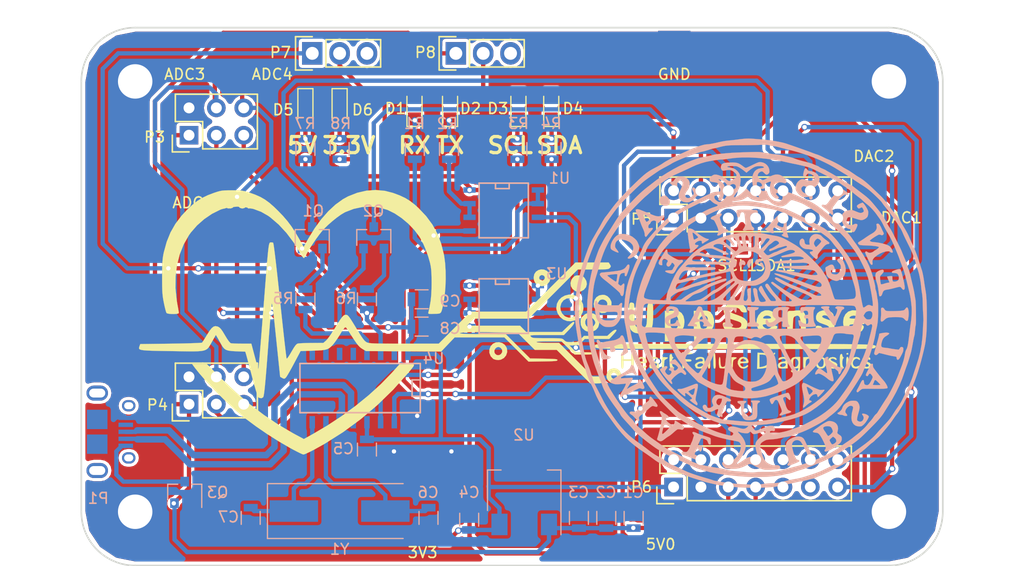
<source format=kicad_pcb>
(kicad_pcb (version 4) (host pcbnew 4.0.6-e0-6349~52~ubuntu17.04.1)
  (title_block (title "Backplane for UppSense") (date 2017-06-20) (rev 1.0) (company "Uppsala University"))
  (layers (0 F.Cu signal) (31 B.Cu signal) (34 B.Paste user) (35 F.Paste user) (36 B.SilkS user) (37 F.SilkS user) (38 B.Mask user) (39 F.Mask user) (44 Edge.Cuts user))
  (net 0 "")
  (net 1 GND)
  (net 2 ADC1)
  (net 3 ADC2)
  (net 4 DAC1)
  (net 5 ADC3)
  (net 6 DAC2)
  (net 7 GPIO1)
  (net 8 GPIO2)
  (net 9 I2C_SCL)
  (net 10 GPIO3)
  (net 11 I2C_SDA)
  (net 12 GPIO4)
  (net 13 UART_TX)
  (net 14 5V)
  (net 15 ADC4)
  (net 16 GPIO0)
  (net 17 UART_RX)
  (net 18 nRST)
  (net 19 3.3V)
  (net 20 "Net-(C6-Pad1)")
  (net 21 "Net-(C7-Pad1)")
  (net 22 LED_5V)
  (net 23 "Net-(D5-Pad2)")
  (net 24 "Net-(D6-Pad2)")
  (net 25 D-)
  (net 26 D+)
  (net 27 LED_3.3V)
  (net 28 "Net-(Q1-Pad1)")
  (net 29 RTS)
  (net 30 "Net-(Q2-Pad1)")
  (net 31 DTR)
  (net 32 "Net-(R1-Pad2)")
  (net 33 "Net-(R2-Pad2)")
  (net 34 "Net-(R3-Pad2)")
  (net 35 "Net-(R4-Pad2)")
  (net 36 "Net-(P1-Pad1)")
  (net 37 "Net-(D1-Pad1)")
  (net 38 "Net-(D2-Pad1)")
  (net 39 "Net-(D3-Pad1)")
  (net 40 "Net-(D4-Pad1)")
  (module myVias:Stitchging-Via-0.4-0.7 (layer F.Cu) (at 148.844 105.612)
    (fp_text reference REF** hide)
    (fp_text value Stitching-Via-0.5-0.7)
    (pad "" thru_hole circle (at 0 0) (size 0.7 0.7) (drill 0.4) (layers *.Cu) (net 1 GND))
  )
  (module myVias:Stitchging-Via-0.4-0.7 (layer F.Cu) (at 143.51 105.612)
    (fp_text reference REF** hide)
    (fp_text value Stitching-Via-0.5-0.7)
    (pad "" thru_hole circle (at 0 0) (size 0.7 0.7) (drill 0.4) (layers *.Cu) (net 1 GND))
  )
  (module myTestPoints:TP_SMD_quadr_1mm (layer F.Cu) (at 184.912 78.18)
    (fp_text reference DAC2 (at 3.175 0) (layer F.SilkS))
    (fp_text value TEST)
    (pad 1 smd rect (at 0 0) (size 1 1) (layers F.Cu F.Paste F.Mask) (net 6 DAC2))
  )
  (module myTestPoints:TP_SMD_quadr_3mm (layer F.Cu) (at 169.545 68.02)
    (fp_text reference GND1 hide)
    (fp_text value TEST)
    (pad 1 smd rect (at 0 0) (size 3 3) (layers F.Cu F.Paste F.Mask) (net 1 GND))
  )
  (module Pin_Headers:Pin_Header_Straight_2x03 (layer F.Cu) (at 124.476 76.222 90)
    (fp_text reference P3 (at -0.18 -3.191 180) (layer F.SilkS))
    (fp_text value CONN_02X03)
    (pad 1 thru_hole rect (at 0 0 90) (size 1.7272 1.7272) (drill 1.016) (layers *.Cu *.Mask) (net 14 5V))
    (pad 2 thru_hole oval (at 2.54 0 90) (size 1.7272 1.7272) (drill 1.016) (layers *.Cu *.Mask) (net 1 GND))
    (pad 3 thru_hole oval (at 0 2.54 90) (size 1.7272 1.7272) (drill 1.016) (layers *.Cu *.Mask) (net 2 ADC1))
    (pad 4 thru_hole oval (at 2.54 2.54 90) (size 1.7272 1.7272) (drill 1.016) (layers *.Cu *.Mask) (net 5 ADC3))
    (pad 5 thru_hole oval (at 0 5.08 90) (size 1.7272 1.7272) (drill 1.016) (layers *.Cu *.Mask) (net 3 ADC2))
    (pad 6 thru_hole oval (at 2.54 5.08 90) (size 1.7272 1.7272) (drill 1.016) (layers *.Cu *.Mask) (net 15 ADC4))
  )
  (module Pin_Headers:Pin_Header_Straight_2x03 (layer F.Cu) (at 124.476 101.222 90)
    (fp_text reference P4 (at -0.072 -2.937 180) (layer F.SilkS))
    (fp_text value CONN_02X03)
    (pad 1 thru_hole rect (at 0 0 90) (size 1.7272 1.7272) (drill 1.016) (layers *.Cu *.Mask) (net 14 5V))
    (pad 2 thru_hole oval (at 2.54 0 90) (size 1.7272 1.7272) (drill 1.016) (layers *.Cu *.Mask) (net 1 GND))
    (pad 3 thru_hole oval (at 0 2.54 90) (size 1.7272 1.7272) (drill 1.016) (layers *.Cu *.Mask) (net 2 ADC1))
    (pad 4 thru_hole oval (at 2.54 2.54 90) (size 1.7272 1.7272) (drill 1.016) (layers *.Cu *.Mask) (net 5 ADC3))
    (pad 5 thru_hole oval (at 0 5.08 90) (size 1.7272 1.7272) (drill 1.016) (layers *.Cu *.Mask) (net 3 ADC2))
    (pad 6 thru_hole oval (at 2.54 5.08 90) (size 1.7272 1.7272) (drill 1.016) (layers *.Cu *.Mask) (net 15 ADC4))
  )
  (module Pin_Headers:Pin_Header_Straight_2x07 (layer F.Cu) (at 169.476 83.922 90)
    (fp_text reference P5 (at -0.1 -2.979 180) (layer F.SilkS))
    (fp_text value CONN_02X07)
    (pad 1 thru_hole rect (at 0 0 90) (size 1.7272 1.7272) (drill 1.016) (layers *.Cu *.Mask) (net 19 3.3V))
    (pad 2 thru_hole oval (at 2.54 0 90) (size 1.7272 1.7272) (drill 1.016) (layers *.Cu *.Mask) (net 16 GPIO0))
    (pad 3 thru_hole oval (at 0 2.54 90) (size 1.7272 1.7272) (drill 1.016) (layers *.Cu *.Mask) (net 1 GND))
    (pad 4 thru_hole oval (at 2.54 2.54 90) (size 1.7272 1.7272) (drill 1.016) (layers *.Cu *.Mask) (net 7 GPIO1))
    (pad 5 thru_hole oval (at 0 5.08 90) (size 1.7272 1.7272) (drill 1.016) (layers *.Cu *.Mask) (net 9 I2C_SCL))
    (pad 6 thru_hole oval (at 2.54 5.08 90) (size 1.7272 1.7272) (drill 1.016) (layers *.Cu *.Mask) (net 8 GPIO2))
    (pad 7 thru_hole oval (at 0 7.62 90) (size 1.7272 1.7272) (drill 1.016) (layers *.Cu *.Mask) (net 11 I2C_SDA))
    (pad 8 thru_hole oval (at 2.54 7.62 90) (size 1.7272 1.7272) (drill 1.016) (layers *.Cu *.Mask) (net 10 GPIO3))
    (pad 9 thru_hole oval (at 0 10.16 90) (size 1.7272 1.7272) (drill 1.016) (layers *.Cu *.Mask) (net 13 UART_TX))
    (pad 10 thru_hole oval (at 2.54 10.16 90) (size 1.7272 1.7272) (drill 1.016) (layers *.Cu *.Mask) (net 12 GPIO4))
    (pad 11 thru_hole oval (at 0 12.7 90) (size 1.7272 1.7272) (drill 1.016) (layers *.Cu *.Mask) (net 17 UART_RX))
    (pad 12 thru_hole oval (at 2.54 12.7 90) (size 1.7272 1.7272) (drill 1.016) (layers *.Cu *.Mask) (net 18 nRST))
    (pad 13 thru_hole oval (at 0 15.24 90) (size 1.7272 1.7272) (drill 1.016) (layers *.Cu *.Mask) (net 4 DAC1))
    (pad 14 thru_hole oval (at 2.54 15.24 90) (size 1.7272 1.7272) (drill 1.016) (layers *.Cu *.Mask) (net 6 DAC2))
  )
  (module Pin_Headers:Pin_Header_Straight_2x07 (layer F.Cu) (at 169.476 108.922 90)
    (fp_text reference P6 (at 0.008 -2.979 180) (layer F.SilkS))
    (fp_text value CONN_02X07)
    (pad 1 thru_hole rect (at 0 0 90) (size 1.7272 1.7272) (drill 1.016) (layers *.Cu *.Mask) (net 19 3.3V))
    (pad 2 thru_hole oval (at 2.54 0 90) (size 1.7272 1.7272) (drill 1.016) (layers *.Cu *.Mask))
    (pad 3 thru_hole oval (at 0 2.54 90) (size 1.7272 1.7272) (drill 1.016) (layers *.Cu *.Mask) (net 1 GND))
    (pad 4 thru_hole oval (at 2.54 2.54 90) (size 1.7272 1.7272) (drill 1.016) (layers *.Cu *.Mask) (net 7 GPIO1))
    (pad 5 thru_hole oval (at 0 5.08 90) (size 1.7272 1.7272) (drill 1.016) (layers *.Cu *.Mask) (net 9 I2C_SCL))
    (pad 6 thru_hole oval (at 2.54 5.08 90) (size 1.7272 1.7272) (drill 1.016) (layers *.Cu *.Mask) (net 8 GPIO2))
    (pad 7 thru_hole oval (at 0 7.62 90) (size 1.7272 1.7272) (drill 1.016) (layers *.Cu *.Mask) (net 11 I2C_SDA))
    (pad 8 thru_hole oval (at 2.54 7.62 90) (size 1.7272 1.7272) (drill 1.016) (layers *.Cu *.Mask) (net 10 GPIO3))
    (pad 9 thru_hole oval (at 0 10.16 90) (size 1.7272 1.7272) (drill 1.016) (layers *.Cu *.Mask))
    (pad 10 thru_hole oval (at 2.54 10.16 90) (size 1.7272 1.7272) (drill 1.016) (layers *.Cu *.Mask) (net 12 GPIO4))
    (pad 11 thru_hole oval (at 0 12.7 90) (size 1.7272 1.7272) (drill 1.016) (layers *.Cu *.Mask))
    (pad 12 thru_hole oval (at 2.54 12.7 90) (size 1.7272 1.7272) (drill 1.016) (layers *.Cu *.Mask))
    (pad 13 thru_hole oval (at 0 15.24 90) (size 1.7272 1.7272) (drill 1.016) (layers *.Cu *.Mask) (net 4 DAC1))
    (pad 14 thru_hole oval (at 2.54 15.24 90) (size 1.7272 1.7272) (drill 1.016) (layers *.Cu *.Mask) (net 6 DAC2))
  )
  (module SMD_Packages:SO-16-N (layer B.Cu) (at 140.366 99.727 180)
    (fp_text reference U4 (at -6.827 2.751 180) (layer B.SilkS) (effects (justify mirror)))
    (fp_text value CH340G)
    (pad 16 smd rect (at -4.445 3.175 180) (size 0.508 1.143) (layers B.Cu B.Paste B.Mask) (net 19 3.3V))
    (pad 14 smd rect (at -1.905 3.175 180) (size 0.508 1.143) (layers B.Cu B.Paste B.Mask) (net 29 RTS))
    (pad 13 smd rect (at -0.635 3.175 180) (size 0.508 1.143) (layers B.Cu B.Paste B.Mask) (net 31 DTR))
    (pad 12 smd rect (at 0.635 3.175 180) (size 0.508 1.143) (layers B.Cu B.Paste B.Mask))
    (pad 11 smd rect (at 1.905 3.175 180) (size 0.508 1.143) (layers B.Cu B.Paste B.Mask))
    (pad 10 smd rect (at 3.175 3.175 180) (size 0.508 1.143) (layers B.Cu B.Paste B.Mask))
    (pad 9 smd rect (at 4.445 3.175 180) (size 0.508 1.143) (layers B.Cu B.Paste B.Mask))
    (pad 8 smd rect (at 4.445 -3.175 180) (size 0.508 1.143) (layers B.Cu B.Paste B.Mask) (net 21 "Net-(C7-Pad1)"))
    (pad 7 smd rect (at 3.175 -3.175 180) (size 0.508 1.143) (layers B.Cu B.Paste B.Mask) (net 20 "Net-(C6-Pad1)"))
    (pad 6 smd rect (at 1.905 -3.175 180) (size 0.508 1.143) (layers B.Cu B.Paste B.Mask) (net 25 D-))
    (pad 5 smd rect (at 0.635 -3.175 180) (size 0.508 1.143) (layers B.Cu B.Paste B.Mask) (net 26 D+))
    (pad 4 smd rect (at -0.635 -3.175 180) (size 0.508 1.143) (layers B.Cu B.Paste B.Mask) (net 19 3.3V))
    (pad 3 smd rect (at -1.905 -3.175 180) (size 0.508 1.143) (layers B.Cu B.Paste B.Mask) (net 17 UART_RX))
    (pad 2 smd rect (at -3.175 -3.175 180) (size 0.508 1.143) (layers B.Cu B.Paste B.Mask) (net 13 UART_TX))
    (pad 1 smd rect (at -4.445 -3.175 180) (size 0.508 1.143) (layers B.Cu B.Paste B.Mask) (net 1 GND))
    (pad 15 smd rect (at -3.175 3.175 180) (size 0.508 1.143) (layers B.Cu B.Paste B.Mask))
  )
  (module Resistors_SMD:R_0805 (layer B.Cu) (at 165.766 111.792 90)
    (fp_text reference C1 (at 2.37 -0.031 180) (layer B.SilkS) (effects (justify mirror)))
    (fp_text value 10u)
    (pad 1 smd rect (at -0.95 0 90) (size 0.7 1.3) (layers B.Cu B.Paste B.Mask) (net 14 5V))
    (pad 2 smd rect (at 0.95 0 90) (size 0.7 1.3) (layers B.Cu B.Paste B.Mask) (net 1 GND))
  )
  (module Resistors_SMD:R_0805 (layer B.Cu) (at 163.226 111.792 90)
    (fp_text reference C2 (at 2.37 -0.031 180) (layer B.SilkS) (effects (justify mirror)))
    (fp_text value 1u)
    (pad 1 smd rect (at -0.95 0 90) (size 0.7 1.3) (layers B.Cu B.Paste B.Mask) (net 14 5V))
    (pad 2 smd rect (at 0.95 0 90) (size 0.7 1.3) (layers B.Cu B.Paste B.Mask) (net 1 GND))
  )
  (module Resistors_SMD:R_0805 (layer B.Cu) (at 160.686 111.792 90)
    (fp_text reference C3 (at 2.37 -0.031 180) (layer B.SilkS) (effects (justify mirror)))
    (fp_text value 100n)
    (pad 1 smd rect (at -0.95 0 90) (size 0.7 1.3) (layers B.Cu B.Paste B.Mask) (net 14 5V))
    (pad 2 smd rect (at 0.95 0 90) (size 0.7 1.3) (layers B.Cu B.Paste B.Mask) (net 1 GND))
  )
  (module Resistors_SMD:R_0805 (layer B.Cu) (at 150.495 111.962 90)
    (fp_text reference C4 (at 2.54 0 180) (layer B.SilkS) (effects (justify mirror)))
    (fp_text value 1u)
    (pad 1 smd rect (at -0.95 0 90) (size 0.7 1.3) (layers B.Cu B.Paste B.Mask) (net 19 3.3V))
    (pad 2 smd rect (at 0.95 0 90) (size 0.7 1.3) (layers B.Cu B.Paste B.Mask) (net 1 GND))
  )
  (module Resistors_SMD:R_0805 (layer B.Cu) (at 141.001 105.442 270)
    (fp_text reference C5 (at -0.084 2.19 360) (layer B.SilkS) (effects (justify mirror)))
    (fp_text value 100n)
    (pad 1 smd rect (at -0.95 0 270) (size 0.7 1.3) (layers B.Cu B.Paste B.Mask) (net 19 3.3V))
    (pad 2 smd rect (at 0.95 0 270) (size 0.7 1.3) (layers B.Cu B.Paste B.Mask) (net 1 GND))
  )
  (module Resistors_SMD:R_0805 (layer B.Cu) (at 146.716 111.792 270)
    (fp_text reference C6 (at -2.37 0.031 360) (layer B.SilkS) (effects (justify mirror)))
    (fp_text value 22p)
    (pad 1 smd rect (at -0.95 0 270) (size 0.7 1.3) (layers B.Cu B.Paste B.Mask) (net 20 "Net-(C6-Pad1)"))
    (pad 2 smd rect (at 0.95 0 270) (size 0.7 1.3) (layers B.Cu B.Paste B.Mask) (net 1 GND))
  )
  (module Resistors_SMD:R_0805 (layer B.Cu) (at 130.206 111.792 270)
    (fp_text reference C7 (at -0.084 2.063 360) (layer B.SilkS) (effects (justify mirror)))
    (fp_text value 22p)
    (pad 1 smd rect (at -0.95 0 270) (size 0.7 1.3) (layers B.Cu B.Paste B.Mask) (net 21 "Net-(C7-Pad1)"))
    (pad 2 smd rect (at 0.95 0 270) (size 0.7 1.3) (layers B.Cu B.Paste B.Mask) (net 1 GND))
  )
  (module Resistors_SMD:R_0805 (layer B.Cu) (at 146.081 94.012)
    (fp_text reference C8 (at 2.636 0.17) (layer B.SilkS) (effects (justify mirror)))
    (fp_text value 1u)
    (pad 1 smd rect (at -0.95 0) (size 0.7 1.3) (layers B.Cu B.Paste B.Mask) (net 19 3.3V))
    (pad 2 smd rect (at 0.95 0) (size 0.7 1.3) (layers B.Cu B.Paste B.Mask) (net 1 GND))
  )
  (module Resistors_SMD:R_0805 (layer B.Cu) (at 146.081 91.472)
    (fp_text reference C9 (at 2.636 0.17) (layer B.SilkS) (effects (justify mirror)))
    (fp_text value 100n)
    (pad 1 smd rect (at -0.95 0) (size 0.7 1.3) (layers B.Cu B.Paste B.Mask) (net 19 3.3V))
    (pad 2 smd rect (at 0.95 0) (size 0.7 1.3) (layers B.Cu B.Paste B.Mask) (net 1 GND))
  )
  (module LEDs:LED_0805 (layer F.Cu) (at 145.415 73.608 90)
    (fp_text reference D1 (at -0.127 -1.778 180) (layer F.SilkS))
    (fp_text value LED)
    (pad 2 smd rect (at 1.1 0 270) (size 1.2 1.2) (layers F.Cu F.Paste F.Mask) (net 22 LED_5V))
    (pad 1 smd rect (at -1.1 0 270) (size 1.2 1.2) (layers F.Cu F.Paste F.Mask) (net 37 "Net-(D1-Pad1)"))
  )
  (module LEDs:LED_0805 (layer F.Cu) (at 148.717 73.608 90)
    (fp_text reference D2 (at -0.127 1.905 180) (layer F.SilkS))
    (fp_text value LED)
    (pad 2 smd rect (at 1.1 0 270) (size 1.2 1.2) (layers F.Cu F.Paste F.Mask) (net 22 LED_5V))
    (pad 1 smd rect (at -1.1 0 270) (size 1.2 1.2) (layers F.Cu F.Paste F.Mask) (net 38 "Net-(D2-Pad1)"))
  )
  (module LEDs:LED_0805 (layer F.Cu) (at 155.067 73.608 90)
    (fp_text reference D3 (at -0.127 -1.905 180) (layer F.SilkS))
    (fp_text value LED)
    (pad 2 smd rect (at 1.1 0 270) (size 1.2 1.2) (layers F.Cu F.Paste F.Mask) (net 22 LED_5V))
    (pad 1 smd rect (at -1.1 0 270) (size 1.2 1.2) (layers F.Cu F.Paste F.Mask) (net 39 "Net-(D3-Pad1)"))
  )
  (module LEDs:LED_0805 (layer F.Cu) (at 158.115 73.608 90)
    (fp_text reference D4 (at -0.127 2.032 180) (layer F.SilkS))
    (fp_text value LED)
    (pad 2 smd rect (at 1.1 0 270) (size 1.2 1.2) (layers F.Cu F.Paste F.Mask) (net 22 LED_5V))
    (pad 1 smd rect (at -1.1 0 270) (size 1.2 1.2) (layers F.Cu F.Paste F.Mask) (net 40 "Net-(D4-Pad1)"))
  )
  (module LEDs:LED_0805 (layer F.Cu) (at 135.286 73.692 270)
    (fp_text reference D5 (at 0.17 2.063 360) (layer F.SilkS))
    (fp_text value LED)
    (pad 2 smd rect (at 1.1 0 90) (size 1.2 1.2) (layers F.Cu F.Paste F.Mask) (net 23 "Net-(D5-Pad2)"))
    (pad 1 smd rect (at -1.1 0 90) (size 1.2 1.2) (layers F.Cu F.Paste F.Mask) (net 1 GND))
  )
  (module LEDs:LED_0805 (layer F.Cu) (at 138.461 73.692 270)
    (fp_text reference D6 (at 0.17 -2.128 360) (layer F.SilkS))
    (fp_text value LED)
    (pad 2 smd rect (at 1.1 0 90) (size 1.2 1.2) (layers F.Cu F.Paste F.Mask) (net 24 "Net-(D6-Pad2)"))
    (pad 1 smd rect (at -1.1 0 90) (size 1.2 1.2) (layers F.Cu F.Paste F.Mask) (net 1 GND))
  )
  (module mySamtec:Samtec-PHT-1-3-01-L-S (layer F.Cu) (at 135.921 68.612 90)
    (fp_text reference P7 (at 0.084 -2.952 180) (layer F.SilkS))
    (fp_text value CONN_01X03)
    (pad 1 thru_hole rect (at 0 0 90) (size 2.1 1.9) (drill 1.2) (layers *.Cu *.Mask) (net 19 3.3V))
    (pad 2 thru_hole oval (at 0 2.54 90) (size 2.1 1.9) (drill 1.2) (layers *.Cu *.Mask) (net 27 LED_3.3V))
    (pad 3 thru_hole oval (at 0 5.08 90) (size 2.1 1.9) (drill 1.2) (layers *.Cu *.Mask))
  )
  (module mySamtec:Samtec-PHT-1-3-01-L-S (layer F.Cu) (at 149.256 68.612 90)
    (fp_text reference P8 (at 0.084 -2.825 180) (layer F.SilkS))
    (fp_text value CONN_01X03)
    (pad 1 thru_hole rect (at 0 0 90) (size 2.1 1.9) (drill 1.2) (layers *.Cu *.Mask) (net 14 5V))
    (pad 2 thru_hole oval (at 0 2.54 90) (size 2.1 1.9) (drill 1.2) (layers *.Cu *.Mask) (net 22 LED_5V))
    (pad 3 thru_hole oval (at 0 5.08 90) (size 2.1 1.9) (drill 1.2) (layers *.Cu *.Mask))
  )
  (module SOT-23 (layer B.Cu) (at 135.921 85.757 90)
    (fp_text reference Q1 (at 2.497 0.096 180) (layer B.SilkS) (effects (justify mirror)))
    (fp_text value MMBT3904)
    (pad 1 smd rect (at -1 0.95 90) (size 0.9 0.8) (layers B.Cu B.Paste B.Mask) (net 28 "Net-(Q1-Pad1)"))
    (pad 2 smd rect (at -1 -0.95 90) (size 0.9 0.8) (layers B.Cu B.Paste B.Mask) (net 29 RTS))
    (pad 3 smd rect (at 1 0 90) (size 0.9 0.8) (layers B.Cu B.Paste B.Mask) (net 18 nRST))
  )
  (module SOT-23 (layer B.Cu) (at 141.636 85.757 90)
    (fp_text reference Q2 (at 2.497 -0.031 180) (layer B.SilkS) (effects (justify mirror)))
    (fp_text value MMBT3904)
    (pad 1 smd rect (at -1 0.95 90) (size 0.9 0.8) (layers B.Cu B.Paste B.Mask) (net 30 "Net-(Q2-Pad1)"))
    (pad 2 smd rect (at -1 -0.95 90) (size 0.9 0.8) (layers B.Cu B.Paste B.Mask) (net 31 DTR))
    (pad 3 smd rect (at 1 0 90) (size 0.9 0.8) (layers B.Cu B.Paste B.Mask) (net 16 GPIO0))
  )
  (module Resistors_SMD:R_0805 (layer B.Cu) (at 145.446 77.502 270)
    (fp_text reference R1 (at -2.37 0.031 360) (layer B.SilkS) (effects (justify mirror)))
    (fp_text value 1k)
    (pad 1 smd rect (at -0.95 0 270) (size 0.7 1.3) (layers B.Cu B.Paste B.Mask) (net 37 "Net-(D1-Pad1)"))
    (pad 2 smd rect (at 0.95 0 270) (size 0.7 1.3) (layers B.Cu B.Paste B.Mask) (net 32 "Net-(R1-Pad2)"))
  )
  (module Resistors_SMD:R_0805 (layer B.Cu) (at 148.621 77.502 270)
    (fp_text reference R2 (at -2.37 0.158 360) (layer B.SilkS) (effects (justify mirror)))
    (fp_text value 1k)
    (pad 1 smd rect (at -0.95 0 270) (size 0.7 1.3) (layers B.Cu B.Paste B.Mask) (net 38 "Net-(D2-Pad1)"))
    (pad 2 smd rect (at 0.95 0 270) (size 0.7 1.3) (layers B.Cu B.Paste B.Mask) (net 33 "Net-(R2-Pad2)"))
  )
  (module Resistors_SMD:R_0805 (layer B.Cu) (at 154.971 77.502 270)
    (fp_text reference R3 (at -2.37 -0.096 360) (layer B.SilkS) (effects (justify mirror)))
    (fp_text value 1k)
    (pad 1 smd rect (at -0.95 0 270) (size 0.7 1.3) (layers B.Cu B.Paste B.Mask) (net 39 "Net-(D3-Pad1)"))
    (pad 2 smd rect (at 0.95 0 270) (size 0.7 1.3) (layers B.Cu B.Paste B.Mask) (net 34 "Net-(R3-Pad2)"))
  )
  (module Resistors_SMD:R_0805 (layer B.Cu) (at 158.146 77.502 270)
    (fp_text reference R4 (at -2.37 0.031 360) (layer B.SilkS) (effects (justify mirror)))
    (fp_text value 1k)
    (pad 1 smd rect (at -0.95 0 270) (size 0.7 1.3) (layers B.Cu B.Paste B.Mask) (net 40 "Net-(D4-Pad1)"))
    (pad 2 smd rect (at 0.95 0 270) (size 0.7 1.3) (layers B.Cu B.Paste B.Mask) (net 35 "Net-(R4-Pad2)"))
  )
  (module Resistors_SMD:R_0805 (layer B.Cu) (at 135.286 91.472 270)
    (fp_text reference R5 (at -0.084 2.063 360) (layer B.SilkS) (effects (justify mirror)))
    (fp_text value 10k)
    (pad 1 smd rect (at -0.95 0 270) (size 0.7 1.3) (layers B.Cu B.Paste B.Mask) (net 28 "Net-(Q1-Pad1)"))
    (pad 2 smd rect (at 0.95 0 270) (size 0.7 1.3) (layers B.Cu B.Paste B.Mask) (net 31 DTR))
  )
  (module Resistors_SMD:R_0805 (layer B.Cu) (at 141.001 91.472 270)
    (fp_text reference R6 (at -0.084 1.936 360) (layer B.SilkS) (effects (justify mirror)))
    (fp_text value 10k)
    (pad 1 smd rect (at -0.95 0 270) (size 0.7 1.3) (layers B.Cu B.Paste B.Mask) (net 30 "Net-(Q2-Pad1)"))
    (pad 2 smd rect (at 0.95 0 270) (size 0.7 1.3) (layers B.Cu B.Paste B.Mask) (net 29 RTS))
  )
  (module Resistors_SMD:R_0805 (layer B.Cu) (at 135.286 77.502 270)
    (fp_text reference R7 (at -2.37 0.031 360) (layer B.SilkS) (effects (justify mirror)))
    (fp_text value 1k)
    (pad 1 smd rect (at -0.95 0 270) (size 0.7 1.3) (layers B.Cu B.Paste B.Mask) (net 23 "Net-(D5-Pad2)"))
    (pad 2 smd rect (at 0.95 0 270) (size 0.7 1.3) (layers B.Cu B.Paste B.Mask) (net 22 LED_5V))
  )
  (module Resistors_SMD:R_0805 (layer B.Cu) (at 138.461 77.502 270)
    (fp_text reference R8 (at -2.37 -0.096 360) (layer B.SilkS) (effects (justify mirror)))
    (fp_text value 1k)
    (pad 1 smd rect (at -0.95 0 270) (size 0.7 1.3) (layers B.Cu B.Paste B.Mask) (net 24 "Net-(D6-Pad2)"))
    (pad 2 smd rect (at 0.95 0 270) (size 0.7 1.3) (layers B.Cu B.Paste B.Mask) (net 27 LED_3.3V))
  )
  (module SMD_Packages:SOIC-8-N (layer B.Cu) (at 153.701 83.217 270)
    (fp_text reference U1 (at -3.005 -5.176 360) (layer B.SilkS) (effects (justify mirror)))
    (fp_text value LM358)
    (pad 8 smd rect (at -1.905 3.175 270) (size 0.508 1.143) (layers B.Cu B.Paste B.Mask) (net 22 LED_5V))
    (pad 7 smd rect (at -0.635 3.175 270) (size 0.508 1.143) (layers B.Cu B.Paste B.Mask) (net 33 "Net-(R2-Pad2)"))
    (pad 6 smd rect (at 0.635 3.175 270) (size 0.508 1.143) (layers B.Cu B.Paste B.Mask) (net 33 "Net-(R2-Pad2)"))
    (pad 5 smd rect (at 1.905 3.175 270) (size 0.508 1.143) (layers B.Cu B.Paste B.Mask) (net 13 UART_TX))
    (pad 4 smd rect (at 1.905 -3.175 270) (size 0.508 1.143) (layers B.Cu B.Paste B.Mask) (net 1 GND))
    (pad 3 smd rect (at 0.635 -3.175 270) (size 0.508 1.143) (layers B.Cu B.Paste B.Mask) (net 17 UART_RX))
    (pad 2 smd rect (at -0.635 -3.175 270) (size 0.508 1.143) (layers B.Cu B.Paste B.Mask) (net 32 "Net-(R1-Pad2)"))
    (pad 1 smd rect (at -1.905 -3.175 270) (size 0.508 1.143) (layers B.Cu B.Paste B.Mask) (net 32 "Net-(R1-Pad2)"))
  )
  (module SOT-223 (layer B.Cu) (at 155.606 109.252 90)
    (fp_text reference U2 (at 5.164 -0.031 180) (layer B.SilkS) (effects (justify mirror)))
    (fp_text value TC1262-33VDB)
    (pad 4 smd rect (at 3.15 0 90) (size 2 3.8) (layers B.Cu B.Paste B.Mask) (net 1 GND))
    (pad 2 smd rect (at -3.15 0 90) (size 2 1.5) (layers B.Cu B.Paste B.Mask) (net 1 GND))
    (pad 3 smd rect (at -3.15 -2.3 90) (size 2 1.5) (layers B.Cu B.Paste B.Mask) (net 19 3.3V))
    (pad 1 smd rect (at -3.15 2.3 90) (size 2 1.5) (layers B.Cu B.Paste B.Mask) (net 14 5V))
  )
  (module SMD_Packages:SOIC-8-N (layer B.Cu) (at 153.701 92.107 270)
    (fp_text reference U3 (at -3.005 -4.922 360) (layer B.SilkS) (effects (justify mirror)))
    (fp_text value LM358)
    (pad 8 smd rect (at -1.905 3.175 270) (size 0.508 1.143) (layers B.Cu B.Paste B.Mask) (net 22 LED_5V))
    (pad 7 smd rect (at -0.635 3.175 270) (size 0.508 1.143) (layers B.Cu B.Paste B.Mask) (net 35 "Net-(R4-Pad2)"))
    (pad 6 smd rect (at 0.635 3.175 270) (size 0.508 1.143) (layers B.Cu B.Paste B.Mask) (net 35 "Net-(R4-Pad2)"))
    (pad 5 smd rect (at 1.905 3.175 270) (size 0.508 1.143) (layers B.Cu B.Paste B.Mask) (net 11 I2C_SDA))
    (pad 4 smd rect (at 1.905 -3.175 270) (size 0.508 1.143) (layers B.Cu B.Paste B.Mask) (net 1 GND))
    (pad 3 smd rect (at 0.635 -3.175 270) (size 0.508 1.143) (layers B.Cu B.Paste B.Mask) (net 9 I2C_SCL))
    (pad 2 smd rect (at -0.635 -3.175 270) (size 0.508 1.143) (layers B.Cu B.Paste B.Mask) (net 34 "Net-(R3-Pad2)"))
    (pad 1 smd rect (at -1.905 -3.175 270) (size 0.508 1.143) (layers B.Cu B.Paste B.Mask) (net 34 "Net-(R3-Pad2)"))
  )
  (module Crystals:Crystal_SMD_HC49-SD (layer B.Cu) (at 138.461 111.157)
    (fp_text reference Y1 (at 0 3.55) (layer B.SilkS) (effects (justify mirror)))
    (fp_text value Crystal)
    (pad 1 smd rect (at -4.25 0) (size 4.5 2) (layers B.Cu B.Mask) (net 21 "Net-(C7-Pad1)"))
    (pad 2 smd rect (at 4.25 0) (size 4.5 2) (layers B.Cu B.Mask) (net 20 "Net-(C6-Pad1)"))
  )
  (module "myUSB:ZX62D-B-5P8(30)" (layer B.Cu) (at 115.951 107.39 90)
    (fp_text reference P1 (at -2.583 0.096 180) (layer B.SilkS) (effects (justify mirror)))
    (fp_text value USB_B)
    (pad 5 smd rect (at 4.9 2.65 90) (size 0.4 1.35) (layers B.Cu B.Paste B.Mask) (net 1 GND))
    (pad 4 smd rect (at 4.25 2.65 90) (size 0.4 1.35) (layers B.Cu B.Paste B.Mask))
    (pad 3 smd rect (at 3.6 2.65 90) (size 0.4 1.35) (layers B.Cu B.Paste B.Mask) (net 26 D+))
    (pad 2 smd rect (at 2.95 2.65 90) (size 0.4 1.35) (layers B.Cu B.Paste B.Mask) (net 25 D-))
    (pad "" thru_hole oval (at 6.025 2.925 90) (size 1.05 1.25) (drill oval 0.65 0.85) (layers *.Cu *.Mask))
    (pad "" thru_hole oval (at 1.175 2.925 90) (size 1.05 1.25) (drill oval 0.65 0.85) (layers *.Cu *.Mask))
    (pad "" thru_hole oval (at 7.2 0 90) (size 1.4 2) (drill oval 0.825 1.5) (layers *.Cu *.Mask))
    (pad 1 smd rect (at 2.3 2.65 90) (size 0.4 1.35) (layers B.Cu B.Paste B.Mask) (net 36 "Net-(P1-Pad1)"))
    (pad "" smd rect (at 4.75 0 90) (size 1.8 1.9) (layers B.Cu B.Paste B.Mask))
    (pad "" thru_hole oval (at 0 0 90) (size 1.4 2) (drill oval 0.825 1.5) (layers *.Cu *.Mask))
    (pad "" smd rect (at 2.45 0 90) (size 1.8 1.9) (layers B.Cu B.Paste B.Mask))
  )
  (module myTestPoints:TP_SMD_quadr_1mm (layer F.Cu) (at 125.222 80.72)
    (fp_text reference ADC1 (at -0.381 1.778) (layer F.SilkS))
    (fp_text value TEST)
    (pad 1 smd rect (at 0 0) (size 1 1) (layers F.Cu F.Paste F.Mask) (net 2 ADC1))
  )
  (module myTestPoints:TP_SMD_quadr_1mm (layer F.Cu) (at 128.143 80.72)
    (fp_text reference ADC2 (at 0.762 1.778) (layer F.SilkS))
    (fp_text value TEST)
    (pad 1 smd rect (at 0 0) (size 1 1) (layers F.Cu F.Paste F.Mask) (net 3 ADC2))
  )
  (module myTestPoints:TP_SMD_quadr_1mm (layer F.Cu) (at 126.873 70.56)
    (fp_text reference ADC3 (at -2.794 0) (layer F.SilkS))
    (fp_text value TEST)
    (pad 1 smd rect (at 0 0) (size 1 1) (layers F.Cu F.Paste F.Mask) (net 5 ADC3))
  )
  (module myTestPoints:TP_SMD_quadr_1mm (layer F.Cu) (at 129.413 70.56)
    (fp_text reference ADC4 (at 2.794 0) (layer F.SilkS))
    (fp_text value TEST)
    (pad 1 smd rect (at 0 0) (size 1 1) (layers F.Cu F.Paste F.Mask) (net 15 ADC4))
  )
  (module myTestPoints:TP_SMD_quadr_1mm (layer F.Cu) (at 187.833 84.022)
    (fp_text reference DAC1 (at 2.794 -0.127) (layer F.SilkS))
    (fp_text value TEST)
    (pad 1 smd rect (at 0 0) (size 1 1) (layers F.Cu F.Paste F.Mask) (net 4 DAC1))
  )
  (module myTestPoints:TP_SMD_quadr_1mm (layer F.Cu) (at 175.895 86.816)
    (fp_text reference SCL1 (at -0.508 1.524) (layer F.SilkS))
    (fp_text value TEST)
    (pad 1 smd rect (at 0 0) (size 1 1) (layers F.Cu F.Paste F.Mask) (net 9 I2C_SCL))
  )
  (module myTestPoints:TP_SMD_quadr_1mm (layer F.Cu) (at 178.181 86.816)
    (fp_text reference SDA1 (at 0.762 1.524) (layer F.SilkS))
    (fp_text value TEST)
    (pad 1 smd rect (at 0 0) (size 1 1) (layers F.Cu F.Paste F.Mask) (net 11 I2C_SDA))
  )
  (module myTestPoints:TP_SMD_quadr_1mm (layer F.Cu) (at 168.275 112.724)
    (fp_text reference 5V0 (at 0 1.524) (layer F.SilkS))
    (fp_text value TEST)
    (pad 1 smd rect (at 0 0) (size 1 1) (layers F.Cu F.Paste F.Mask) (net 14 5V))
  )
  (module myTestPoints:TP_SMD_quadr_1mm (layer F.Cu) (at 148.209 113.74)
    (fp_text reference 3V3 (at -2.032 1.27) (layer F.SilkS))
    (fp_text value TEST)
    (pad 1 smd rect (at 0 0) (size 1 1) (layers F.Cu F.Paste F.Mask) (net 19 3.3V))
  )
  (module myTestPoints:TP_SMD_quadr_3mm (layer F.Cu) (at 169.545 68.02)
    (fp_text reference GND (at 0 2.54) (layer F.SilkS))
    (fp_text value TEST)
    (pad 1 smd rect (at 0 0) (size 3 3) (layers B.Cu F.Paste F.Mask) (net 1 GND))
  )
  (module TO_SOT_Packages_SMD:SOT-23 (layer B.Cu) (at 124.079 109.422 90)
    (fp_text reference Q3 (at 0 3.048 180) (layer B.SilkS) (effects (justify mirror)))
    (fp_text value Si2323)
    (pad 1 smd rect (at -1 0.95 90) (size 0.9 0.8) (layers B.Cu B.Paste B.Mask) (net 1 GND))
    (pad 2 smd rect (at -1 -0.95 90) (size 0.9 0.8) (layers B.Cu B.Paste B.Mask) (net 14 5V))
    (pad 3 smd rect (at 1 0 90) (size 0.9 0.8) (layers B.Cu B.Paste B.Mask) (net 36 "Net-(P1-Pad1)"))
  )
  (module myPics:uppsense_logo (layer F.Cu) (at 153.797 93.42)
    (fp_text reference G*** hide)
    (fp_text value LOGO hide)
  )
  (module myPics:uu_logo (layer B.Cu) (at 176.657 92.785 180)
    (fp_text reference G*** hide)
    (fp_text value LOGO hide)
  )
  (module myVias:Stitchging-Via-0.4-0.7 (layer F.Cu) (at 145.669 102.31)
    (fp_text reference REF** hide)
    (fp_text value Stitching-Via-0.5-0.7)
    (pad "" thru_hole circle (at 0 0) (size 0.7 0.7) (drill 0.4) (layers *.Cu) (net 1 GND))
  )
  (module Mounting_Holes:MountingHole_3.2mm_M3_DIN965 (layer F.Cu) (at 189.476 111.222)
    (fp_text reference REF** hide)
    (fp_text value MountingHole_3.2mm_M3_DIN965)
    (pad "" np_thru_hole circle (at 0 0) (size 3.2 3.2) (drill 3.2) (layers *.Cu *.Mask))
  )
  (module Mounting_Holes:MountingHole_3.2mm_M3_DIN965 (layer F.Cu) (at 189.476 71.222)
    (fp_text reference REF** hide)
    (fp_text value MountingHole_3.2mm_M3_DIN965)
    (pad 1 np_thru_hole circle (at 0 0) (size 3.2 3.2) (drill 3.2) (layers *.Cu *.Mask))
  )
  (module Mounting_Holes:MountingHole_3.2mm_M3_DIN965 (layer F.Cu) (at 119.476 71.222)
    (fp_text reference REF** hide)
    (fp_text value MountingHole_3.2mm_M3_DIN965)
    (pad 1 np_thru_hole circle (at 0 0) (size 3.2 3.2) (drill 3.2) (layers *.Cu *.Mask))
  )
  (module Mounting_Holes:MountingHole_3.2mm_M3_DIN965 (layer F.Cu) (at 119.476 111.222)
    (fp_text reference REF** hide)
    (fp_text value MountingHole_3.2mm_M3_DIN965)
    (pad 1 np_thru_hole circle (at 0 0) (size 3.2 3.2) (drill 3.2) (layers *.Cu *.Mask))
  )
  (gr_line (start 114.476 111.222) (end 114.476 71.222) (angle 90) (layer Edge.Cuts) (width 0.15))
  (gr_line (start 189.476 116.222) (end 119.476 116.222) (angle 90) (layer Edge.Cuts) (width 0.15))
  (gr_line (start 194.476 71.222) (end 194.476 111.222) (angle 90) (layer Edge.Cuts) (width 0.15))
  (gr_line (start 119.476 66.222) (end 189.476 66.222) (angle 90) (layer Edge.Cuts) (width 0.15))
  (gr_arc (start 119.476 111.222) (end 119.476 116.222) (angle 90) (layer Edge.Cuts) (width 0.15))
  (gr_arc (start 189.476 111.222) (end 194.476 111.222) (angle 90) (layer Edge.Cuts) (width 0.15))
  (gr_arc (start 189.476 71.222) (end 189.476 66.222) (angle 90) (layer Edge.Cuts) (width 0.15))
  (gr_arc (start 119.476 71.222) (end 114.476 71.222) (angle 90) (layer Edge.Cuts) (width 0.15))
  (gr_text SDA (at 158.877 77.164) (layer F.SilkS) (effects (font (size 1.5 1.5) (thickness 0.3))))
  (gr_text SCL (at 154.305 77.164) (layer F.SilkS) (effects (font (size 1.5 1.5) (thickness 0.3))))
  (gr_text TX (at 148.717 77.164) (layer F.SilkS) (effects (font (size 1.5 1.5) (thickness 0.3))))
  (gr_text RX (at 145.415 77.164) (layer F.SilkS) (effects (font (size 1.5 1.5) (thickness 0.3))))
  (gr_text 3.3V (at 139.319 77.164) (layer F.SilkS) (effects (font (size 1.5 1.5) (thickness 0.3))))
  (gr_text 5V (at 135.001 77.164) (layer F.SilkS) (effects (font (size 1.5 1.5) (thickness 0.3))))
  (segment (start 148.621 78.391) (end 148.621 78.452) (width 0.4) (layer F.Cu) (net 0))
  (segment (start 118.601 102.49) (end 120.216 102.49) (width 0.4) (layer B.Cu) (net 1))
  (segment (start 120.216 102.49) (end 121.158 101.548) (width 0.4) (layer B.Cu) (net 1))
  (segment (start 125.222 80.72) (end 127.016 80.72) (width 0.4) (layer F.Cu) (net 2))
  (segment (start 127.016 80.72) (end 126.873 80.72) (width 0.4) (layer F.Cu) (net 2))
  (segment (start 126.873 80.72) (end 127.016 80.72) (width 0.4) (layer F.Cu) (net 2))
  (segment (start 127.016 76.222) (end 127.016 80.72) (width 0.4) (layer F.Cu) (net 2))
  (segment (start 127.016 80.72) (end 127.016 92.092) (width 0.4) (layer F.Cu) (net 2))
  (segment (start 127.016 101.998) (end 127.016 101.222) (width 0.4) (layer F.Cu) (net 2))
  (segment (start 128.174 103.156) (end 127.016 101.998) (width 0.4) (layer F.Cu) (net 2))
  (segment (start 132.492 103.156) (end 128.174 103.156) (width 0.4) (layer F.Cu) (net 2))
  (segment (start 134.016 101.632) (end 132.492 103.156) (width 0.4) (layer F.Cu) (net 2))
  (segment (start 134.016 94.647) (end 134.016 101.632) (width 0.4) (layer F.Cu) (net 2))
  (segment (start 132.111 92.742) (end 134.016 94.647) (width 0.4) (layer F.Cu) (net 2))
  (via (at 132.111 92.742) (size 0.6) (drill 0.4) (layers F.Cu B.Cu) (net 2))
  (segment (start 127.666 92.742) (end 132.111 92.742) (width 0.4) (layer B.Cu) (net 2))
  (via (at 127.666 92.742) (size 0.6) (drill 0.4) (layers F.Cu B.Cu) (net 2))
  (segment (start 127.016 92.092) (end 127.666 92.742) (width 0.4) (layer F.Cu) (net 2))
  (segment (start 128.143 80.72) (end 128.905 80.72) (width 0.4) (layer F.Cu) (net 3))
  (segment (start 128.905 80.72) (end 129.8945 79.7305) (width 0.4) (layer F.Cu) (net 3))
  (segment (start 130.841 94.012) (end 130.841 80.677) (width 0.4) (layer F.Cu) (net 3))
  (segment (start 131.886 101.222) (end 132.746 100.362) (width 0.4) (layer F.Cu) (net 3))
  (segment (start 132.746 100.362) (end 132.746 95.917) (width 0.4) (layer F.Cu) (net 3))
  (segment (start 132.746 95.917) (end 130.841 94.012) (width 0.4) (layer F.Cu) (net 3))
  (segment (start 129.556 101.222) (end 131.886 101.222) (width 0.4) (layer F.Cu) (net 3))
  (segment (start 129.556 79.392) (end 129.556 76.222) (width 0.4) (layer F.Cu) (net 3))
  (segment (start 130.841 80.677) (end 129.8945 79.7305) (width 0.4) (layer F.Cu) (net 3))
  (segment (start 129.8945 79.7305) (end 129.556 79.392) (width 0.4) (layer F.Cu) (net 3))
  (segment (start 187.833 84.022) (end 184.816 84.022) (width 0.4) (layer F.Cu) (net 4))
  (segment (start 184.816 84.022) (end 184.716 83.922) (width 0.4) (layer F.Cu) (net 4))
  (segment (start 184.716 108.922) (end 188.067 108.922) (width 0.4) (layer B.Cu) (net 4))
  (segment (start 184.716 94.801) (end 184.716 83.922) (width 0.4) (layer F.Cu) (net 4))
  (segment (start 189.769 99.854) (end 184.716 94.801) (width 0.4) (layer F.Cu) (net 4))
  (segment (start 189.769 107.22) (end 189.769 99.854) (width 0.4) (layer F.Cu) (net 4))
  (via (at 189.769 107.22) (size 0.6) (drill 0.4) (layers F.Cu B.Cu) (net 4))
  (segment (start 188.067 108.922) (end 189.769 107.22) (width 0.4) (layer B.Cu) (net 4))
  (segment (start 126.873 70.56) (end 126.873 73.539) (width 0.4) (layer F.Cu) (net 5))
  (segment (start 126.873 73.539) (end 127.016 73.682) (width 0.4) (layer F.Cu) (net 5))
  (segment (start 127.016 98.682) (end 127.016 95.902) (width 0.4) (layer B.Cu) (net 5))
  (segment (start 127.016 72.407) (end 127.016 73.682) (width 0.4) (layer B.Cu) (net 5))
  (segment (start 126.396 71.787) (end 127.016 72.407) (width 0.4) (layer B.Cu) (net 5))
  (segment (start 122.586 71.787) (end 126.396 71.787) (width 0.4) (layer B.Cu) (net 5))
  (segment (start 121.316 73.057) (end 122.586 71.787) (width 0.4) (layer B.Cu) (net 5))
  (segment (start 121.316 78.772) (end 121.316 73.057) (width 0.4) (layer B.Cu) (net 5))
  (segment (start 123.856 81.312) (end 121.316 78.772) (width 0.4) (layer B.Cu) (net 5))
  (segment (start 123.856 92.742) (end 123.856 81.312) (width 0.4) (layer B.Cu) (net 5))
  (segment (start 127.016 95.902) (end 123.856 92.742) (width 0.4) (layer B.Cu) (net 5))
  (segment (start 184.912 78.18) (end 184.912 81.186) (width 0.4) (layer F.Cu) (net 6))
  (segment (start 184.912 81.186) (end 184.716 81.382) (width 0.4) (layer F.Cu) (net 6))
  (segment (start 184.716 81.382) (end 188.569 81.382) (width 0.4) (layer F.Cu) (net 6))
  (segment (start 189.337 106.382) (end 184.716 106.382) (width 0.4) (layer B.Cu) (net 6))
  (segment (start 191.547 104.172) (end 189.337 106.382) (width 0.4) (layer B.Cu) (net 6))
  (segment (start 191.547 100.108) (end 191.547 104.172) (width 0.4) (layer B.Cu) (net 6))
  (via (at 191.547 100.108) (size 0.6) (drill 0.4) (layers F.Cu B.Cu) (net 6))
  (segment (start 191.547 84.36) (end 191.547 100.108) (width 0.4) (layer F.Cu) (net 6))
  (segment (start 188.569 81.382) (end 191.547 84.36) (width 0.4) (layer F.Cu) (net 6))
  (segment (start 172.016 106.382) (end 172.016 103.003) (width 0.4) (layer B.Cu) (net 7))
  (segment (start 163.099 97.23) (end 163.099 76.359) (width 0.4) (layer F.Cu) (net 7))
  (segment (start 163.099 97.314) (end 163.099 97.23) (width 0.4) (layer F.Cu) (net 7))
  (segment (start 163.099 76.359) (end 164.242 75.216) (width 0.4) (layer F.Cu) (net 7))
  (segment (start 164.242 75.216) (end 170.973 75.216) (width 0.4) (layer F.Cu) (net 7))
  (segment (start 170.973 75.216) (end 172.016 76.259) (width 0.4) (layer F.Cu) (net 7))
  (segment (start 172.016 76.259) (end 172.016 81.382) (width 0.4) (layer F.Cu) (net 7))
  (segment (start 163.099 98.658) (end 163.099 97.314) (width 0.4) (layer F.Cu) (net 7))
  (segment (start 164.973 100.532) (end 163.099 98.658) (width 0.4) (layer F.Cu) (net 7))
  (via (at 164.973 100.532) (size 0.6) (drill 0.4) (layers F.Cu B.Cu) (net 7))
  (segment (start 169.545 100.532) (end 164.973 100.532) (width 0.4) (layer B.Cu) (net 7))
  (segment (start 172.016 103.003) (end 169.545 100.532) (width 0.4) (layer B.Cu) (net 7))
  (segment (start 174.556 81.382) (end 174.556 79.307) (width 0.4) (layer B.Cu) (net 8))
  (segment (start 174.556 103.564) (end 173.132 102.14) (width 0.4) (layer B.Cu) (net 8))
  (segment (start 173.132 102.14) (end 173.132 88.297) (width 0.4) (layer B.Cu) (net 8))
  (segment (start 173.132 88.297) (end 172.116 87.281) (width 0.4) (layer B.Cu) (net 8))
  (segment (start 172.116 87.281) (end 168.814 87.281) (width 0.4) (layer B.Cu) (net 8))
  (segment (start 174.556 103.564) (end 174.556 106.382) (width 0.4) (layer B.Cu) (net 8))
  (segment (start 166.274 87.281) (end 168.814 87.281) (width 0.4) (layer B.Cu) (net 8))
  (segment (start 164.877 85.884) (end 166.274 87.281) (width 0.4) (layer B.Cu) (net 8))
  (segment (start 164.877 79.026) (end 164.877 85.884) (width 0.4) (layer B.Cu) (net 8))
  (segment (start 166.147 77.756) (end 164.877 79.026) (width 0.4) (layer B.Cu) (net 8))
  (segment (start 173.005 77.756) (end 166.147 77.756) (width 0.4) (layer B.Cu) (net 8))
  (segment (start 174.556 79.307) (end 173.005 77.756) (width 0.4) (layer B.Cu) (net 8))
  (segment (start 175.895 86.816) (end 173.609 86.816) (width 0.4) (layer F.Cu) (net 9))
  (segment (start 173.513 102.902) (end 173.525 102.902) (width 0.4) (layer F.Cu) (net 9))
  (segment (start 173.513 102.902) (end 166.528 102.902) (width 0.4) (layer F.Cu) (net 9))
  (segment (start 166.528 102.902) (end 164.75 104.68) (width 0.4) (layer F.Cu) (net 9))
  (segment (start 164.75 104.68) (end 164.75 113.189) (width 0.4) (layer F.Cu) (net 9))
  (segment (start 164.75 113.189) (end 165.639 114.078) (width 0.4) (layer F.Cu) (net 9))
  (segment (start 165.639 114.078) (end 173.894 114.078) (width 0.4) (layer F.Cu) (net 9))
  (segment (start 173.894 114.078) (end 174.556 113.416) (width 0.4) (layer F.Cu) (net 9))
  (segment (start 174.556 108.922) (end 174.556 113.416) (width 0.4) (layer F.Cu) (net 9))
  (segment (start 174.556 101.733) (end 174.556 83.922) (width 0.4) (layer B.Cu) (net 9))
  (segment (start 174.625 101.802) (end 174.556 101.733) (width 0.4) (layer B.Cu) (net 9))
  (via (at 174.625 101.802) (size 0.6) (drill 0.4) (layers F.Cu B.Cu) (net 9))
  (segment (start 173.525 102.902) (end 174.625 101.802) (width 0.4) (layer F.Cu) (net 9))
  (segment (start 156.876 92.742) (end 167.683 92.742) (width 0.4) (layer B.Cu) (net 9))
  (segment (start 174.556 85.869) (end 174.556 83.922) (width 0.4) (layer F.Cu) (net 9))
  (segment (start 171.323 89.102) (end 173.609 86.816) (width 0.4) (layer F.Cu) (net 9))
  (segment (start 173.609 86.816) (end 174.556 85.869) (width 0.4) (layer F.Cu) (net 9))
  (via (at 171.323 89.102) (size 0.6) (drill 0.4) (layers F.Cu B.Cu) (net 9))
  (segment (start 167.683 92.742) (end 171.323 89.102) (width 0.4) (layer B.Cu) (net 9))
  (segment (start 177.069 81.355) (end 177.096 81.382) (width 0.4) (layer B.Cu) (net 10))
  (segment (start 189.769 86.15) (end 189.769 79.534) (width 0.4) (layer B.Cu) (net 10))
  (segment (start 186.086 73.946) (end 189.769 77.629) (width 0.4) (layer F.Cu) (net 10))
  (segment (start 189.769 77.629) (end 189.769 79.534) (width 0.4) (layer F.Cu) (net 10))
  (via (at 189.769 79.534) (size 0.6) (drill 0.4) (layers F.Cu B.Cu) (net 10))
  (segment (start 184.023 87.324) (end 183.515 87.324) (width 0.4) (layer B.Cu) (net 10))
  (segment (start 184.023 87.324) (end 188.595 87.324) (width 0.4) (layer B.Cu) (net 10))
  (segment (start 188.595 87.324) (end 189.769 86.15) (width 0.4) (layer B.Cu) (net 10))
  (segment (start 177.096 76.713) (end 179.863 73.946) (width 0.4) (layer F.Cu) (net 10))
  (segment (start 179.863 73.946) (end 186.086 73.946) (width 0.4) (layer F.Cu) (net 10))
  (segment (start 177.096 81.382) (end 177.096 76.713) (width 0.4) (layer F.Cu) (net 10))
  (segment (start 177.096 103.649) (end 177.096 106.382) (width 0.4) (layer B.Cu) (net 10))
  (segment (start 177.673 103.072) (end 177.096 103.649) (width 0.4) (layer B.Cu) (net 10))
  (segment (start 179.197 103.072) (end 177.673 103.072) (width 0.4) (layer B.Cu) (net 10))
  (segment (start 179.705 102.564) (end 179.197 103.072) (width 0.4) (layer B.Cu) (net 10))
  (segment (start 179.705 91.134) (end 179.705 102.564) (width 0.4) (layer B.Cu) (net 10))
  (segment (start 183.515 87.324) (end 179.705 91.134) (width 0.4) (layer B.Cu) (net 10))
  (segment (start 177.096 106.382) (end 177.096 105.681) (width 0.4) (layer B.Cu) (net 10))
  (segment (start 178.181 86.816) (end 178.181 85.007) (width 0.4) (layer F.Cu) (net 11))
  (segment (start 178.181 85.007) (end 177.096 83.922) (width 0.4) (layer F.Cu) (net 11))
  (segment (start 176.149 88.594) (end 176.149 101.802) (width 0.4) (layer B.Cu) (net 11))
  (segment (start 185.965 103.67) (end 178.017 103.67) (width 0.4) (layer F.Cu) (net 11))
  (segment (start 176.149 101.802) (end 178.017 103.67) (width 0.4) (layer F.Cu) (net 11))
  (segment (start 177.096 87.647) (end 176.149 88.594) (width 0.4) (layer B.Cu) (net 11))
  (segment (start 177.096 87.647) (end 177.096 83.922) (width 0.4) (layer B.Cu) (net 11))
  (via (at 176.149 101.802) (size 0.6) (drill 0.4) (layers F.Cu B.Cu) (net 11))
  (via (at 150.526 94.012) (size 0.6) (drill 0.4) (layers F.Cu B.Cu) (net 11))
  (segment (start 181.895 112.808) (end 181.895 114.205) (width 0.4) (layer F.Cu) (net 11))
  (segment (start 181.006 115.094) (end 181.895 114.205) (width 0.4) (layer F.Cu) (net 11))
  (segment (start 152.05 115.094) (end 181.006 115.094) (width 0.4) (layer F.Cu) (net 11))
  (segment (start 150.526 113.57) (end 152.05 115.094) (width 0.4) (layer F.Cu) (net 11))
  (segment (start 150.526 113.57) (end 150.526 94.012) (width 0.4) (layer F.Cu) (net 11))
  (segment (start 185.959 103.664) (end 185.965 103.67) (width 0.4) (layer F.Cu) (net 11))
  (segment (start 185.965 103.67) (end 187.229 104.934) (width 0.4) (layer F.Cu) (net 11))
  (segment (start 187.229 104.934) (end 187.229 110.522) (width 0.4) (layer F.Cu) (net 11))
  (segment (start 187.229 110.522) (end 184.943 112.808) (width 0.4) (layer F.Cu) (net 11))
  (segment (start 184.943 112.808) (end 181.895 112.808) (width 0.4) (layer F.Cu) (net 11))
  (segment (start 181.895 112.808) (end 178.593 112.808) (width 0.4) (layer F.Cu) (net 11))
  (segment (start 177.096 108.922) (end 177.096 111.311) (width 0.4) (layer F.Cu) (net 11))
  (segment (start 178.593 112.808) (end 177.096 111.311) (width 0.4) (layer F.Cu) (net 11))
  (segment (start 190.6845 89.1595) (end 183.9655 89.1595) (width 0.4) (layer B.Cu) (net 12))
  (segment (start 179.636 104.665) (end 179.636 106.382) (width 0.4) (layer B.Cu) (net 12))
  (segment (start 180.975 103.326) (end 179.636 104.665) (width 0.4) (layer B.Cu) (net 12))
  (segment (start 180.975 92.15) (end 180.975 103.326) (width 0.4) (layer B.Cu) (net 12))
  (segment (start 183.9655 89.1595) (end 180.975 92.15) (width 0.4) (layer B.Cu) (net 12))
  (segment (start 179.636 77.475) (end 179.636 81.382) (width 0.4) (layer F.Cu) (net 12))
  (segment (start 181.641 75.47) (end 179.636 77.475) (width 0.4) (layer F.Cu) (net 12))
  (via (at 181.641 75.47) (size 0.6) (drill 0.4) (layers F.Cu B.Cu) (net 12))
  (segment (start 190.785 75.47) (end 181.641 75.47) (width 0.4) (layer B.Cu) (net 12))
  (segment (start 192.055 76.74) (end 190.785 75.47) (width 0.4) (layer B.Cu) (net 12))
  (segment (start 192.055 87.789) (end 192.055 76.74) (width 0.4) (layer B.Cu) (net 12))
  (segment (start 190.658 89.186) (end 190.6845 89.1595) (width 0.4) (layer B.Cu) (net 12))
  (segment (start 190.6845 89.1595) (end 192.055 87.789) (width 0.4) (layer B.Cu) (net 12))
  (segment (start 150.526 85.122) (end 147.617 85.122) (width 0.4) (layer B.Cu) (net 13))
  (segment (start 145.669 100.278) (end 146.685 100.278) (width 0.4) (layer F.Cu) (net 13))
  (segment (start 144.399 99.008) (end 145.669 100.278) (width 0.4) (layer F.Cu) (net 13))
  (segment (start 144.399 88.34) (end 144.399 99.008) (width 0.4) (layer F.Cu) (net 13))
  (segment (start 147.193 85.546) (end 144.399 88.34) (width 0.4) (layer F.Cu) (net 13))
  (via (at 147.193 85.546) (size 0.6) (drill 0.4) (layers F.Cu B.Cu) (net 13))
  (segment (start 147.617 85.122) (end 147.193 85.546) (width 0.4) (layer B.Cu) (net 13))
  (segment (start 143.541 100.628) (end 143.541 102.902) (width 0.4) (layer B.Cu) (net 13))
  (segment (start 143.891 100.278) (end 143.541 100.628) (width 0.4) (layer B.Cu) (net 13))
  (segment (start 146.685 100.278) (end 143.891 100.278) (width 0.4) (layer B.Cu) (net 13))
  (via (at 146.685 100.278) (size 0.6) (drill 0.4) (layers F.Cu B.Cu) (net 13))
  (segment (start 149.225 100.278) (end 146.685 100.278) (width 0.4) (layer F.Cu) (net 13))
  (via (at 149.225 100.278) (size 0.6) (drill 0.4) (layers F.Cu B.Cu) (net 13))
  (segment (start 156.083 100.278) (end 149.225 100.278) (width 0.4) (layer B.Cu) (net 13))
  (segment (start 157.607 98.754) (end 156.083 100.278) (width 0.4) (layer B.Cu) (net 13))
  (segment (start 166.497 98.754) (end 157.607 98.754) (width 0.4) (layer B.Cu) (net 13))
  (segment (start 168.021 97.23) (end 166.497 98.754) (width 0.4) (layer B.Cu) (net 13))
  (via (at 168.021 97.23) (size 0.6) (drill 0.4) (layers F.Cu B.Cu) (net 13))
  (segment (start 168.021 94.436) (end 168.021 97.23) (width 0.4) (layer F.Cu) (net 13))
  (segment (start 179.636 83.922) (end 179.636 87.139) (width 0.4) (layer F.Cu) (net 13))
  (segment (start 169.291 93.166) (end 168.021 94.436) (width 0.4) (layer F.Cu) (net 13))
  (segment (start 173.609 93.166) (end 169.291 93.166) (width 0.4) (layer F.Cu) (net 13))
  (segment (start 179.636 87.139) (end 173.609 93.166) (width 0.4) (layer F.Cu) (net 13))
  (segment (start 124.476 101.222) (end 124.476 109.025) (width 0.4) (layer F.Cu) (net 14))
  (segment (start 123.063 110.438) (end 123.079 110.422) (width 0.4) (layer B.Cu) (net 14))
  (via (at 123.063 110.438) (size 0.6) (drill 0.4) (layers F.Cu B.Cu) (net 14))
  (segment (start 124.476 109.025) (end 123.063 110.438) (width 0.4) (layer F.Cu) (net 14))
  (segment (start 123.079 110.422) (end 123.129 110.422) (width 0.4) (layer B.Cu) (net 14))
  (segment (start 123.129 110.422) (end 123.129 113.806) (width 0.4) (layer B.Cu) (net 14))
  (segment (start 156.876 114.967) (end 157.906 113.937) (width 0.4) (layer B.Cu) (net 14))
  (segment (start 157.906 113.937) (end 157.906 112.402) (width 0.4) (layer B.Cu) (net 14))
  (segment (start 124.29 114.967) (end 156.876 114.967) (width 0.4) (layer B.Cu) (net 14))
  (segment (start 123.129 113.806) (end 124.29 114.967) (width 0.4) (layer B.Cu) (net 14))
  (segment (start 168.275 112.724) (end 165.735 112.724) (width 0.4) (layer F.Cu) (net 14))
  (segment (start 165.735 112.724) (end 165.753 112.742) (width 0.4) (layer B.Cu) (net 14))
  (via (at 165.735 112.724) (size 0.6) (drill 0.4) (layers F.Cu B.Cu) (net 14))
  (segment (start 165.753 112.742) (end 165.766 112.742) (width 0.4) (layer B.Cu) (net 14))
  (segment (start 163.226 112.742) (end 165.766 112.742) (width 0.4) (layer B.Cu) (net 14))
  (segment (start 160.686 112.742) (end 163.226 112.742) (width 0.4) (layer B.Cu) (net 14))
  (segment (start 160.686 112.742) (end 158.246 112.742) (width 0.4) (layer B.Cu) (net 14))
  (segment (start 158.246 112.742) (end 157.906 112.402) (width 0.4) (layer B.Cu) (net 14))
  (segment (start 149.256 68.612) (end 146.716 68.612) (width 0.4) (layer F.Cu) (net 14))
  (segment (start 121.316 73.057) (end 121.316 76.222) (width 0.4) (layer F.Cu) (net 14))
  (segment (start 127.666 66.707) (end 121.316 73.057) (width 0.4) (layer F.Cu) (net 14))
  (segment (start 144.811 66.707) (end 127.666 66.707) (width 0.4) (layer F.Cu) (net 14))
  (segment (start 146.716 68.612) (end 144.811 66.707) (width 0.4) (layer F.Cu) (net 14))
  (segment (start 124.476 76.222) (end 121.316 76.222) (width 0.4) (layer F.Cu) (net 14))
  (segment (start 121.316 76.222) (end 121.316 76.232) (width 0.4) (layer F.Cu) (net 14))
  (segment (start 121.316 76.232) (end 121.316 77.756) (width 0.4) (layer F.Cu) (net 14))
  (segment (start 122.176 101.222) (end 124.476 101.222) (width 0.4) (layer F.Cu) (net 14))
  (segment (start 121.316 100.362) (end 122.176 101.222) (width 0.4) (layer F.Cu) (net 14))
  (segment (start 121.316 76.867) (end 121.316 77.756) (width 0.4) (layer F.Cu) (net 14))
  (segment (start 121.316 77.756) (end 121.316 100.362) (width 0.4) (layer F.Cu) (net 14))
  (segment (start 129.413 70.56) (end 129.413 73.539) (width 0.4) (layer F.Cu) (net 15))
  (segment (start 129.413 73.539) (end 129.556 73.682) (width 0.4) (layer F.Cu) (net 15))
  (segment (start 129.556 98.682) (end 129.556 95.267) (width 0.4) (layer F.Cu) (net 15))
  (segment (start 130.831 73.682) (end 129.556 73.682) (width 0.4) (layer B.Cu) (net 15))
  (segment (start 132.111 74.962) (end 130.831 73.682) (width 0.4) (layer B.Cu) (net 15))
  (segment (start 132.111 78.772) (end 132.111 74.962) (width 0.4) (layer B.Cu) (net 15))
  (segment (start 128.936 81.947) (end 132.111 78.772) (width 0.4) (layer B.Cu) (net 15))
  (via (at 128.936 81.947) (size 0.6) (drill 0.4) (layers F.Cu B.Cu) (net 15))
  (segment (start 128.936 94.647) (end 128.936 81.947) (width 0.4) (layer F.Cu) (net 15))
  (segment (start 129.556 95.267) (end 128.936 94.647) (width 0.4) (layer F.Cu) (net 15))
  (segment (start 169.476 76.005) (end 169.476 81.382) (width 0.4) (layer F.Cu) (net 16))
  (segment (start 169.449 75.978) (end 169.476 76.005) (width 0.4) (layer F.Cu) (net 16))
  (via (at 169.449 75.978) (size 0.6) (drill 0.4) (layers F.Cu B.Cu) (net 16))
  (segment (start 167.29 73.819) (end 169.449 75.978) (width 0.4) (layer B.Cu) (net 16))
  (segment (start 142.906 73.819) (end 167.29 73.819) (width 0.4) (layer B.Cu) (net 16))
  (segment (start 141.636 75.089) (end 142.906 73.819) (width 0.4) (layer B.Cu) (net 16))
  (segment (start 141.636 84.757) (end 141.636 75.089) (width 0.4) (layer B.Cu) (net 16))
  (segment (start 156.876 83.852) (end 159.723 83.852) (width 0.4) (layer B.Cu) (net 17))
  (via (at 160.401 95.96) (size 0.6) (drill 0.4) (layers F.Cu B.Cu) (net 17))
  (segment (start 160.401 91.388) (end 160.401 95.96) (width 0.4) (layer F.Cu) (net 17))
  (via (at 160.401 91.388) (size 0.6) (drill 0.4) (layers F.Cu B.Cu) (net 17))
  (segment (start 160.401 84.53) (end 160.401 91.388) (width 0.4) (layer B.Cu) (net 17))
  (segment (start 159.723 83.852) (end 160.401 84.53) (width 0.4) (layer B.Cu) (net 17))
  (segment (start 142.271 102.902) (end 142.271 99.866) (width 0.4) (layer B.Cu) (net 17))
  (segment (start 182.176 86.631) (end 182.176 83.922) (width 0.4) (layer F.Cu) (net 17))
  (segment (start 178.181 90.626) (end 182.176 86.631) (width 0.4) (layer F.Cu) (net 17))
  (segment (start 178.181 94.944) (end 178.181 90.626) (width 0.4) (layer F.Cu) (net 17))
  (segment (start 177.165 95.96) (end 178.181 94.944) (width 0.4) (layer F.Cu) (net 17))
  (segment (start 171.069 95.96) (end 177.165 95.96) (width 0.4) (layer F.Cu) (net 17))
  (via (at 171.069 95.96) (size 0.6) (drill 0.4) (layers F.Cu B.Cu) (net 17))
  (segment (start 151.765 95.96) (end 160.401 95.96) (width 0.4) (layer B.Cu) (net 17))
  (segment (start 160.401 95.96) (end 171.069 95.96) (width 0.4) (layer B.Cu) (net 17))
  (segment (start 149.225 98.5) (end 151.765 95.96) (width 0.4) (layer B.Cu) (net 17))
  (via (at 149.225 98.5) (size 0.6) (drill 0.4) (layers F.Cu B.Cu) (net 17))
  (segment (start 146.685 98.5) (end 149.225 98.5) (width 0.4) (layer F.Cu) (net 17))
  (via (at 146.685 98.5) (size 0.6) (drill 0.4) (layers F.Cu B.Cu) (net 17))
  (segment (start 143.637 98.5) (end 146.685 98.5) (width 0.4) (layer B.Cu) (net 17))
  (segment (start 142.271 99.866) (end 143.637 98.5) (width 0.4) (layer B.Cu) (net 17))
  (segment (start 135.921 84.757) (end 135.921 81.947) (width 0.4) (layer B.Cu) (net 18))
  (segment (start 182.176 78.672) (end 182.176 81.382) (width 0.4) (layer B.Cu) (net 18))
  (segment (start 181.641 78.137) (end 182.176 78.672) (width 0.4) (layer B.Cu) (net 18))
  (segment (start 178.847 78.137) (end 181.641 78.137) (width 0.4) (layer B.Cu) (net 18))
  (segment (start 178.212 77.502) (end 178.847 78.137) (width 0.4) (layer B.Cu) (net 18))
  (segment (start 178.212 72.168) (end 178.212 77.502) (width 0.4) (layer B.Cu) (net 18))
  (segment (start 177.196 71.152) (end 178.212 72.168) (width 0.4) (layer B.Cu) (net 18))
  (segment (start 134.397 71.152) (end 177.196 71.152) (width 0.4) (layer B.Cu) (net 18))
  (segment (start 133.254 72.295) (end 134.397 71.152) (width 0.4) (layer B.Cu) (net 18))
  (segment (start 133.254 79.28) (end 133.254 72.295) (width 0.4) (layer B.Cu) (net 18))
  (segment (start 135.921 81.947) (end 133.254 79.28) (width 0.4) (layer B.Cu) (net 18))
  (segment (start 145.131 94.012) (end 145.131 95.0248) (width 0.4) (layer B.Cu) (net 19))
  (segment (start 144.811 95.3448) (end 144.811 96.552) (width 0.4) (layer B.Cu) (net 19))
  (segment (start 145.131 95.0248) (end 144.811 95.3448) (width 0.4) (layer B.Cu) (net 19))
  (via (at 142.9755 94.0815) (size 0.6) (drill 0.4) (layers F.Cu B.Cu) (net 19))
  (segment (start 137.4405 94.0815) (end 142.9755 94.0815) (width 0.4) (layer F.Cu) (net 19))
  (segment (start 142.9766 94.0804) (end 145.0626 94.0804) (width 0.4) (layer B.Cu) (net 19))
  (segment (start 142.9755 94.0815) (end 142.9766 94.0804) (width 0.4) (layer B.Cu) (net 19))
  (segment (start 145.0626 94.0804) (end 145.131 94.012) (width 0.4) (layer B.Cu) (net 19))
  (segment (start 148.209 113.74) (end 148.717 113.74) (width 0.4) (layer F.Cu) (net 19))
  (segment (start 149.545 112.912) (end 150.495 112.912) (width 0.4) (layer B.Cu) (net 19))
  (segment (start 149.479 112.978) (end 149.545 112.912) (width 0.4) (layer B.Cu) (net 19))
  (via (at 149.479 112.978) (size 0.6) (drill 0.4) (layers F.Cu B.Cu) (net 19))
  (segment (start 148.717 113.74) (end 149.479 112.978) (width 0.4) (layer F.Cu) (net 19))
  (segment (start 150.495 112.912) (end 152.796 112.912) (width 0.4) (layer B.Cu) (net 19))
  (segment (start 152.796 112.912) (end 153.306 112.402) (width 0.4) (layer B.Cu) (net 19))
  (segment (start 150.337 112.894) (end 150.355 112.912) (width 0.4) (layer B.Cu) (net 19))
  (segment (start 150.355 112.912) (end 150.495 112.912) (width 0.4) (layer B.Cu) (net 19))
  (segment (start 150.355 112.912) (end 150.495 112.912) (width 0.4) (layer B.Cu) (net 19))
  (segment (start 166.401 107.442) (end 166.401 108.922) (width 0.4) (layer B.Cu) (net 19))
  (segment (start 166.37 108.839) (end 166.37 108.922) (width 0.4) (layer B.Cu) (net 19))
  (segment (start 166.37 108.891) (end 166.37 108.839) (width 0.4) (layer B.Cu) (net 19))
  (segment (start 166.401 108.922) (end 166.37 108.891) (width 0.4) (layer B.Cu) (net 19))
  (segment (start 169.476 108.922) (end 166.37 108.922) (width 0.4) (layer B.Cu) (net 19))
  (segment (start 166.37 108.922) (end 152.304 108.922) (width 0.4) (layer B.Cu) (net 19))
  (segment (start 152.304 108.922) (end 152.273 108.891) (width 0.4) (layer B.Cu) (net 19))
  (segment (start 152.273 108.891) (end 152.273 108.839) (width 0.4) (layer B.Cu) (net 19))
  (segment (start 152.273 108.839) (end 152.304 108.839) (width 0.4) (layer B.Cu) (net 19))
  (segment (start 150.592 104.492) (end 151.481 104.492) (width 0.4) (layer B.Cu) (net 19))
  (segment (start 151.481 104.492) (end 152.304 105.315) (width 0.4) (layer B.Cu) (net 19))
  (segment (start 152.304 105.315) (end 152.304 108.839) (width 0.4) (layer B.Cu) (net 19))
  (segment (start 147.859 104.492) (end 150.592 104.492) (width 0.4) (layer B.Cu) (net 19))
  (segment (start 153.306 110.889) (end 153.306 112.402) (width 0.4) (layer B.Cu) (net 19))
  (segment (start 152.304 108.839) (end 152.304 109.887) (width 0.4) (layer B.Cu) (net 19))
  (segment (start 152.304 109.887) (end 153.306 110.889) (width 0.4) (layer B.Cu) (net 19))
  (segment (start 147.859 104.492) (end 147.859 97.06) (width 0.4) (layer B.Cu) (net 19))
  (segment (start 147.859 97.06) (end 147.351 96.552) (width 0.4) (layer B.Cu) (net 19))
  (segment (start 147.351 96.552) (end 144.811 96.552) (width 0.4) (layer B.Cu) (net 19))
  (segment (start 147.859 104.492) (end 141.001 104.492) (width 0.4) (layer B.Cu) (net 19))
  (segment (start 169.476 83.922) (end 168.109 83.922) (width 0.4) (layer F.Cu) (net 19))
  (segment (start 167.849 108.922) (end 169.476 108.922) (width 0.4) (layer B.Cu) (net 19))
  (segment (start 166.401 101.632) (end 166.401 107.442) (width 0.4) (layer B.Cu) (net 19))
  (segment (start 166.401 107.442) (end 166.401 107.474) (width 0.4) (layer B.Cu) (net 19))
  (via (at 166.401 101.632) (size 0.6) (drill 0.4) (layers F.Cu B.Cu) (net 19))
  (segment (start 166.401 86.138) (end 166.401 101.632) (width 0.4) (layer F.Cu) (net 19))
  (segment (start 166.401 85.63) (end 166.401 86.138) (width 0.4) (layer F.Cu) (net 19))
  (segment (start 168.109 83.922) (end 166.401 85.63) (width 0.4) (layer F.Cu) (net 19))
  (segment (start 152.966 112.742) (end 153.306 112.402) (width 0.4) (layer B.Cu) (net 19))
  (segment (start 145.131 91.472) (end 145.131 94.012) (width 0.4) (layer B.Cu) (net 19))
  (segment (start 141.001 102.902) (end 141.001 104.492) (width 0.4) (layer B.Cu) (net 19))
  (segment (start 117.899 68.612) (end 116.459 70.052) (width 0.4) (layer B.Cu) (net 19))
  (segment (start 116.459 70.052) (end 116.459 86.308) (width 0.4) (layer B.Cu) (net 19))
  (segment (start 116.459 86.308) (end 118.745 88.594) (width 0.4) (layer B.Cu) (net 19))
  (segment (start 118.745 88.594) (end 122.555 88.594) (width 0.4) (layer B.Cu) (net 19))
  (via (at 122.555 88.594) (size 0.6) (drill 0.4) (layers F.Cu B.Cu) (net 19))
  (segment (start 122.555 88.594) (end 125.349 88.594) (width 0.4) (layer F.Cu) (net 19))
  (via (at 125.349 88.594) (size 0.6) (drill 0.4) (layers F.Cu B.Cu) (net 19))
  (segment (start 125.349 88.594) (end 131.953 88.594) (width 0.4) (layer B.Cu) (net 19))
  (via (at 131.953 88.594) (size 0.6) (drill 0.4) (layers F.Cu B.Cu) (net 19))
  (segment (start 131.953 88.594) (end 137.4405 94.0815) (width 0.4) (layer F.Cu) (net 19))
  (segment (start 135.921 68.612) (end 117.899 68.612) (width 0.4) (layer B.Cu) (net 19))
  (segment (start 142.711 111.157) (end 146.401 111.157) (width 0.4) (layer B.Cu) (net 20))
  (segment (start 146.401 111.157) (end 146.716 110.842) (width 0.4) (layer B.Cu) (net 20))
  (segment (start 137.191 102.902) (end 137.191 107.982) (width 0.4) (layer B.Cu) (net 20))
  (segment (start 137.191 107.982) (end 137.826 108.617) (width 0.4) (layer B.Cu) (net 20))
  (segment (start 137.826 108.617) (end 141.636 108.617) (width 0.4) (layer B.Cu) (net 20))
  (segment (start 141.636 108.617) (end 142.711 109.692) (width 0.4) (layer B.Cu) (net 20))
  (segment (start 142.711 109.692) (end 142.711 111.157) (width 0.4) (layer B.Cu) (net 20))
  (segment (start 134.211 111.157) (end 130.521 111.157) (width 0.4) (layer B.Cu) (net 21))
  (segment (start 130.521 111.157) (end 130.206 110.842) (width 0.4) (layer B.Cu) (net 21))
  (segment (start 135.921 102.902) (end 135.921 107.982) (width 0.4) (layer B.Cu) (net 21))
  (segment (start 135.921 107.982) (end 135.286 108.617) (width 0.4) (layer B.Cu) (net 21))
  (segment (start 135.286 108.617) (end 134.651 108.617) (width 0.4) (layer B.Cu) (net 21))
  (segment (start 134.651 108.617) (end 134.211 109.057) (width 0.4) (layer B.Cu) (net 21))
  (segment (start 134.211 109.057) (end 134.211 111.157) (width 0.4) (layer B.Cu) (net 21))
  (via (at 135.286 78.452) (size 0.6) (drill 0.4) (layers F.Cu B.Cu) (net 22))
  (segment (start 141.636 80.042) (end 136.048 80.042) (width 0.4) (layer F.Cu) (net 22))
  (segment (start 135.286 79.28) (end 136.048 80.042) (width 0.4) (layer F.Cu) (net 22))
  (segment (start 135.286 79.28) (end 135.286 78.452) (width 0.4) (layer F.Cu) (net 22))
  (via (at 150.526 90.202) (size 0.6) (drill 0.4) (layers F.Cu B.Cu) (net 22))
  (segment (start 149.51 80.042) (end 150.526 81.058) (width 0.4) (layer F.Cu) (net 22))
  (segment (start 150.526 81.058) (end 150.526 81.312) (width 0.4) (layer F.Cu) (net 22))
  (via (at 150.526 81.312) (size 0.6) (drill 0.4) (layers F.Cu B.Cu) (net 22))
  (segment (start 142.652 80.042) (end 149.51 80.042) (width 0.4) (layer F.Cu) (net 22))
  (segment (start 152.304 81.312) (end 150.526 81.312) (width 0.4) (layer F.Cu) (net 22))
  (segment (start 152.939 81.947) (end 152.304 81.312) (width 0.4) (layer F.Cu) (net 22))
  (segment (start 152.939 89.694) (end 152.939 81.947) (width 0.4) (layer F.Cu) (net 22))
  (segment (start 152.431 90.202) (end 152.939 89.694) (width 0.4) (layer F.Cu) (net 22))
  (segment (start 152.431 90.202) (end 150.526 90.202) (width 0.4) (layer F.Cu) (net 22))
  (segment (start 141.636 80.042) (end 142.652 80.042) (width 0.4) (layer F.Cu) (net 22))
  (segment (start 142.652 78.772) (end 142.652 80.042) (width 0.4) (layer F.Cu) (net 22))
  (segment (start 142.652 79.28) (end 142.652 78.772) (width 0.4) (layer F.Cu) (net 22))
  (segment (start 142.652 78.772) (end 142.652 73.184) (width 0.4) (layer F.Cu) (net 22))
  (segment (start 141.636 80.042) (end 141.89 80.042) (width 0.4) (layer F.Cu) (net 22))
  (segment (start 151.796 68.612) (end 151.796 72.592) (width 0.4) (layer F.Cu) (net 22))
  (segment (start 151.796 72.592) (end 151.796 72.422) (width 0.4) (layer F.Cu) (net 22))
  (segment (start 151.796 72.422) (end 151.796 72.592) (width 0.4) (layer F.Cu) (net 22))
  (segment (start 142.652 73.184) (end 143.244 72.592) (width 0.4) (layer F.Cu) (net 22))
  (segment (start 148.621 72.592) (end 151.796 72.592) (width 0.4) (layer F.Cu) (net 22))
  (segment (start 143.244 72.592) (end 145.446 72.592) (width 0.4) (layer F.Cu) (net 22))
  (segment (start 145.446 72.592) (end 148.621 72.592) (width 0.4) (layer F.Cu) (net 22))
  (segment (start 151.796 72.592) (end 154.971 72.592) (width 0.4) (layer F.Cu) (net 22))
  (segment (start 154.971 72.592) (end 158.146 72.592) (width 0.4) (layer F.Cu) (net 22))
  (via (at 135.286 76.552) (size 0.6) (drill 0.4) (layers F.Cu B.Cu) (net 23))
  (segment (start 135.286 74.792) (end 135.286 76.486) (width 0.4) (layer F.Cu) (net 23))
  (segment (start 135.286 76.486) (end 135.286 76.552) (width 0.4) (layer F.Cu) (net 23))
  (via (at 138.461 76.552) (size 0.6) (drill 0.4) (layers F.Cu B.Cu) (net 24))
  (segment (start 138.461 74.792) (end 138.461 76.552) (width 0.4) (layer F.Cu) (net 24))
  (segment (start 118.601 104.44) (end 119.615 104.44) (width 0.4) (layer B.Cu) (net 25))
  (segment (start 122.24996 104.494) (end 119.669 104.494) (width 0.6) (layer B.Cu) (net 25))
  (segment (start 132.01304 106.805) (end 124.56096 106.805) (width 0.6) (layer B.Cu) (net 25))
  (segment (start 133.262 105.55604) (end 132.01304 106.805) (width 0.6) (layer B.Cu) (net 25))
  (segment (start 133.262 101.65604) (end 133.262 105.55604) (width 0.6) (layer B.Cu) (net 25))
  (segment (start 134.61304 100.305) (end 133.262 101.65604) (width 0.6) (layer B.Cu) (net 25))
  (segment (start 138.46096 100.305) (end 134.61304 100.305) (width 0.6) (layer B.Cu) (net 25))
  (segment (start 138.461 102.04475) (end 138.461 102.902) (width 0.6) (layer B.Cu) (net 25))
  (segment (start 138.671 101.83475) (end 138.671 100.51504) (width 0.6) (layer B.Cu) (net 25))
  (segment (start 138.671 100.51504) (end 138.46096 100.305) (width 0.6) (layer B.Cu) (net 25))
  (segment (start 124.56096 106.805) (end 122.24996 104.494) (width 0.6) (layer B.Cu) (net 25))
  (segment (start 138.461 102.04475) (end 138.671 101.83475) (width 0.6) (layer B.Cu) (net 25))
  (segment (start 119.615 104.44) (end 119.669 104.494) (width 0.4) (layer B.Cu) (net 25))
  (segment (start 118.601 103.79) (end 119.529 103.79) (width 0.4) (layer B.Cu) (net 26))
  (segment (start 131.66096 105.955) (end 124.91304 105.955) (width 0.6) (layer B.Cu) (net 26))
  (segment (start 132.412 101.30396) (end 132.412 105.20396) (width 0.6) (layer B.Cu) (net 26))
  (segment (start 138.81304 99.455) (end 134.26096 99.455) (width 0.6) (layer B.Cu) (net 26))
  (segment (start 139.521 100.16296) (end 138.81304 99.455) (width 0.6) (layer B.Cu) (net 26))
  (segment (start 134.26096 99.455) (end 132.412 101.30396) (width 0.6) (layer B.Cu) (net 26))
  (segment (start 139.521 101.83475) (end 139.521 100.16296) (width 0.6) (layer B.Cu) (net 26))
  (segment (start 122.61304 103.655) (end 119.664 103.655) (width 0.6) (layer B.Cu) (net 26))
  (segment (start 139.731 102.04475) (end 139.521 101.83475) (width 0.6) (layer B.Cu) (net 26))
  (segment (start 124.91304 105.955) (end 122.61304 103.655) (width 0.6) (layer B.Cu) (net 26))
  (segment (start 139.731 102.04475) (end 139.731 102.902) (width 0.6) (layer B.Cu) (net 26))
  (segment (start 132.412 105.20396) (end 131.66096 105.955) (width 0.6) (layer B.Cu) (net 26))
  (segment (start 119.529 103.79) (end 119.664 103.655) (width 0.4) (layer B.Cu) (net 26))
  (via (at 138.461 78.452) (size 0.6) (drill 0.4) (layers F.Cu B.Cu) (net 27))
  (segment (start 140.051 78.452) (end 140.62 77.883) (width 0.4) (layer F.Cu) (net 27))
  (segment (start 140.62 77.883) (end 140.62 71.914) (width 0.4) (layer F.Cu) (net 27))
  (segment (start 139.604 70.898) (end 140.62 71.914) (width 0.4) (layer F.Cu) (net 27))
  (segment (start 140.051 78.452) (end 138.461 78.452) (width 0.4) (layer F.Cu) (net 27))
  (segment (start 138.461 69.755) (end 138.461 68.612) (width 0.4) (layer F.Cu) (net 27))
  (segment (start 139.604 70.898) (end 138.461 69.755) (width 0.4) (layer F.Cu) (net 27))
  (segment (start 139.604 70.898) (end 139.604 70.898) (width 0.4) (layer F.Cu) (net 27))
  (segment (start 135.286 90.522) (end 135.286 90.202) (width 0.4) (layer B.Cu) (net 28))
  (segment (start 135.286 90.202) (end 136.871 88.617) (width 0.4) (layer B.Cu) (net 28))
  (segment (start 136.871 88.617) (end 136.871 86.757) (width 0.4) (layer B.Cu) (net 28))
  (via (at 134.971 86.757) (size 0.6) (drill 0.4) (layers F.Cu B.Cu) (net 29))
  (segment (start 141.001 92.422) (end 141.001 92.742) (width 0.4) (layer B.Cu) (net 29))
  (via (at 141.001 92.742) (size 0.6) (drill 0.4) (layers F.Cu B.Cu) (net 29))
  (segment (start 140.956 92.742) (end 141.001 92.742) (width 0.4) (layer F.Cu) (net 29))
  (segment (start 140.956 92.742) (end 134.971 86.757) (width 0.4) (layer F.Cu) (net 29))
  (segment (start 142.271 96.552) (end 142.271 94.647) (width 0.4) (layer B.Cu) (net 29))
  (segment (start 141.001 93.377) (end 141.001 92.422) (width 0.4) (layer B.Cu) (net 29))
  (segment (start 142.271 94.647) (end 141.001 93.377) (width 0.4) (layer B.Cu) (net 29))
  (segment (start 141.001 90.522) (end 141.316 90.522) (width 0.4) (layer B.Cu) (net 30))
  (segment (start 141.316 90.522) (end 142.586 89.252) (width 0.4) (layer B.Cu) (net 30))
  (segment (start 142.586 89.252) (end 142.586 86.757) (width 0.4) (layer B.Cu) (net 30))
  (segment (start 140.686 86.757) (end 140.686 88.612) (width 0.4) (layer B.Cu) (net 31))
  (segment (start 138.461 90.837) (end 138.461 94.647) (width 0.4) (layer B.Cu) (net 31))
  (segment (start 140.686 88.612) (end 138.461 90.837) (width 0.4) (layer B.Cu) (net 31))
  (segment (start 141.001 96.552) (end 141.001 95.282) (width 0.4) (layer B.Cu) (net 31))
  (segment (start 135.286 94.012) (end 135.286 92.422) (width 0.4) (layer B.Cu) (net 31))
  (segment (start 135.921 94.647) (end 135.286 94.012) (width 0.4) (layer B.Cu) (net 31))
  (segment (start 140.366 94.647) (end 138.461 94.647) (width 0.4) (layer B.Cu) (net 31))
  (segment (start 138.461 94.647) (end 135.921 94.647) (width 0.4) (layer B.Cu) (net 31))
  (segment (start 141.001 95.282) (end 140.366 94.647) (width 0.4) (layer B.Cu) (net 31))
  (segment (start 156.876 82.582) (end 155.733 82.582) (width 0.4) (layer B.Cu) (net 32))
  (segment (start 154.971 83.344) (end 155.733 82.582) (width 0.4) (layer B.Cu) (net 32))
  (segment (start 154.971 85.63) (end 154.971 83.344) (width 0.4) (layer B.Cu) (net 32))
  (segment (start 153.828 86.773) (end 154.971 85.63) (width 0.4) (layer B.Cu) (net 32))
  (segment (start 146.462 86.773) (end 153.828 86.773) (width 0.4) (layer B.Cu) (net 32))
  (segment (start 145.446 85.757) (end 146.462 86.773) (width 0.4) (layer B.Cu) (net 32))
  (segment (start 145.446 78.518) (end 145.446 85.757) (width 0.4) (layer B.Cu) (net 32))
  (segment (start 145.446 78.518) (end 145.446 78.518) (width 0.4) (layer B.Cu) (net 32))
  (segment (start 145.446 78.518) (end 145.446 78.452) (width 0.4) (layer B.Cu) (net 32))
  (segment (start 156.876 81.312) (end 156.876 82.582) (width 0.4) (layer B.Cu) (net 32))
  (segment (start 150.526 82.582) (end 149.764 82.582) (width 0.4) (layer B.Cu) (net 33))
  (segment (start 148.621 81.439) (end 148.621 78.391) (width 0.4) (layer B.Cu) (net 33))
  (segment (start 149.764 82.582) (end 148.621 81.439) (width 0.4) (layer B.Cu) (net 33))
  (segment (start 150.526 82.582) (end 150.526 83.852) (width 0.4) (layer B.Cu) (net 33))
  (via (at 154.971 78.452) (size 0.6) (drill 0.4) (layers F.Cu B.Cu) (net 34))
  (segment (start 156.876 90.202) (end 154.971 88.297) (width 0.4) (layer F.Cu) (net 34))
  (segment (start 154.971 88.297) (end 154.971 78.518) (width 0.4) (layer F.Cu) (net 34))
  (segment (start 156.876 91.472) (end 156.876 90.202) (width 0.4) (layer B.Cu) (net 34))
  (via (at 156.876 90.202) (size 0.6) (drill 0.4) (layers F.Cu B.Cu) (net 34))
  (segment (start 154.971 78.518) (end 154.971 78.452) (width 0.4) (layer F.Cu) (net 34))
  (via (at 158.146 78.452) (size 0.6) (drill 0.4) (layers F.Cu B.Cu) (net 35))
  (segment (start 158.146 90.71) (end 156.114 92.742) (width 0.4) (layer F.Cu) (net 35))
  (segment (start 156.114 92.742) (end 150.526 92.742) (width 0.4) (layer F.Cu) (net 35))
  (via (at 150.526 92.742) (size 0.6) (drill 0.4) (layers F.Cu B.Cu) (net 35))
  (segment (start 150.526 91.472) (end 150.526 92.742) (width 0.4) (layer B.Cu) (net 35))
  (segment (start 158.146 90.71) (end 158.146 78.452) (width 0.4) (layer F.Cu) (net 35))
  (segment (start 118.601 105.09) (end 118.251 105.09) (width 0.4) (layer B.Cu) (net 36))
  (segment (start 118.251 105.09) (end 117.729 105.612) (width 0.4) (layer B.Cu) (net 36))
  (segment (start 117.729 105.612) (end 117.729 107.771) (width 0.4) (layer B.Cu) (net 36))
  (segment (start 117.729 107.771) (end 118.38 108.422) (width 0.4) (layer B.Cu) (net 36))
  (segment (start 118.38 108.422) (end 124.079 108.422) (width 0.4) (layer B.Cu) (net 36))
  (segment (start 145.446 74.835) (end 145.446 74.792) (width 0.4) (layer F.Cu) (net 37))
  (via (at 145.446 74.835) (size 0.6) (drill 0.4) (layers F.Cu B.Cu) (net 37))
  (segment (start 145.446 76.552) (end 145.446 74.835) (width 0.4) (layer B.Cu) (net 37))
  (segment (start 148.621 74.835) (end 148.621 74.792) (width 0.4) (layer F.Cu) (net 38))
  (via (at 148.621 74.835) (size 0.6) (drill 0.4) (layers F.Cu B.Cu) (net 38))
  (segment (start 148.621 74.962) (end 148.621 74.792) (width 0.4) (layer F.Cu) (net 38))
  (segment (start 148.621 76.552) (end 148.621 74.835) (width 0.4) (layer B.Cu) (net 38))
  (segment (start 154.971 74.792) (end 154.971 76.552) (width 0.4) (layer F.Cu) (net 39))
  (via (at 154.971 76.552) (size 0.6) (drill 0.4) (layers F.Cu B.Cu) (net 39))
  (segment (start 158.146 74.792) (end 158.146 76.552) (width 0.4) (layer F.Cu) (net 40))
  (via (at 158.146 76.552) (size 0.6) (drill 0.4) (layers F.Cu B.Cu) (net 40))
  (zone (net 1) (net_name GND) (layer F.Cu) (connect_pads yes (clearance 0.3)) (min_thickness 0.5) (fill yes (arc_segments 16) (thermal_gap 0.2) (thermal_bridge_width 0.5))
    (polygon (pts (xy 114.476 66.222) (xy 114.476 116.222) (xy 194.476 116.222) (xy 194.476 66.222)))
  )
  (zone (net 1) (net_name GND) (layer B.Cu) (connect_pads yes (clearance 0.3)) (min_thickness 0.5) (fill yes (arc_segments 16) (thermal_gap 0.2) (thermal_bridge_width 0.5))
    (polygon (pts (xy 114.681 66.242) (xy 114.681 116.026) (xy 194.437 116.026) (xy 194.437 66.242)))
  )
)
</source>
